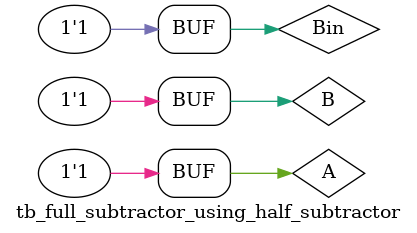
<source format=v>
`timescale 1ns/1ps
module tb_full_subtractor_using_half_subtractor;
    reg A, B, Bin;
    wire D, Bout; 
    full_subtractor_using_half_subtractor uut(.A(A), .B(B), .Bin(Bin), .D(D), .Bout(Bout));
    initial begin
        $dumpfile("full_subtractor_using_half_subtractor.vcd");
        $dumpvars(0, tb_full_subtractor_using_half_subtractor);
        $monitor("Time = %0t, A = %b, B = %b, Bin = %b -> D = %b, Bout = %b", $time,A,B,Bin,D,Bout);
        A = 0; B = 0; Bin = 0; #10;
        A = 0; B = 0; Bin = 1; #10;
        A = 0; B = 1; Bin = 0; #10;
        A = 0; B = 1; Bin = 1; #10;
        A = 1; B = 0; Bin = 0; #10;
        A = 1; B = 0; Bin = 1; #10;
        A = 1; B = 1; Bin = 0; #10;
        A = 1; B = 1; Bin = 1; #10;
    end
endmodule
</source>
